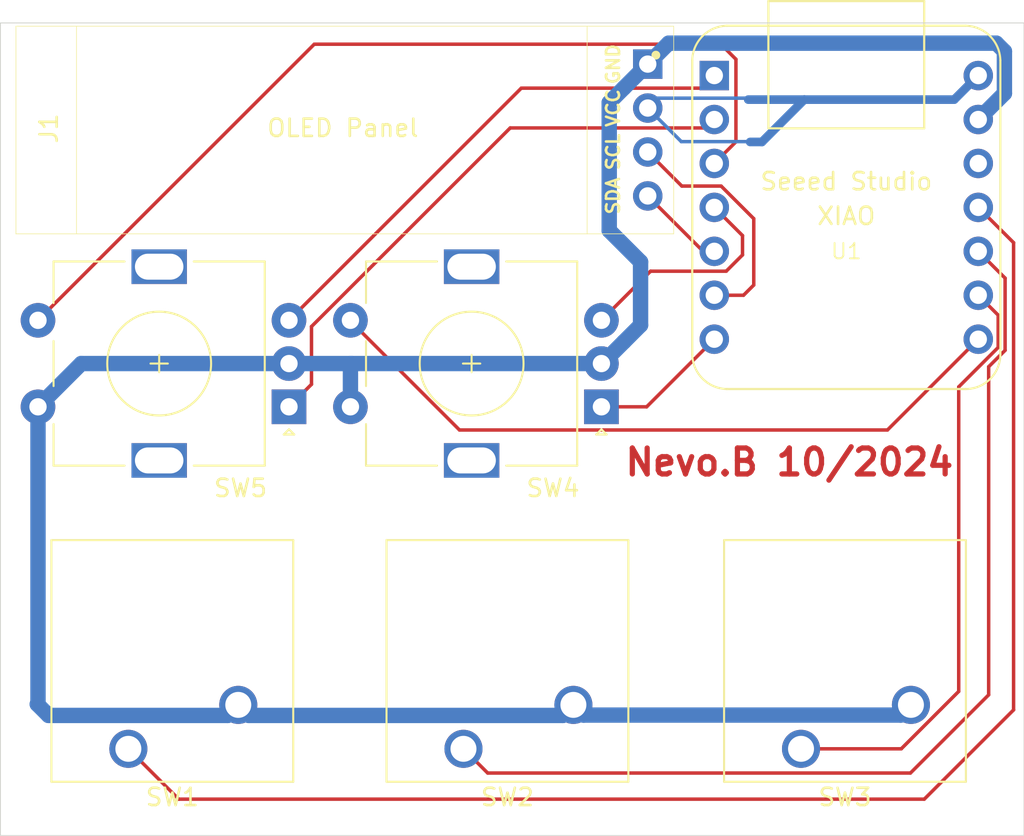
<source format=kicad_pcb>
(kicad_pcb (version 20240108) (generator "pcbnew") (generator_version "8.0")
  (layers (0 "F.Cu" signal) (31 "B.Cu" signal) (34 "B.Paste" user) (35 "F.Paste" user) (36 "B.SilkS" user "B.Silkscreen") (37 "F.SilkS" user "F.Silkscreen") (38 "B.Mask" user) (39 "F.Mask" user) (44 "Edge.Cuts" user))
  (net 0 "")
  (net 1 "GND")
  (net 2 "Net-(U1-PA6_A10_D10_MOSI)")
  (net 3 "Net-(U1-PA5_A9_D9_MISO)")
  (net 4 "Net-(U1-PA7_A8_D8_SCK)")
  (net 5 "Net-(U1-PB09_A7_D7_RX)")
  (net 6 "Net-(U1-PB08_A6_D6_TX)")
  (net 7 "Net-(U1-PA4_A1_D1)")
  (net 8 "Net-(U1-PA10_A2_D2)")
  (net 9 "Net-(U1-PA02_A0_D0)")
  (net 11 "+5V")
  (net 12 "SDA")
  (net 13 "SCL")
  (net 14 "Net-(U1-PA11_A3_D3)")
  (footprint "Rotary_Encoder:RotaryEncoder_Alps_EC11E-Switch_Vertical_H20mm" (layer "F.Cu") (at 146.45 44.95 180)
    (property "Reference" "SW5" (at 2.8 -4.7 360) (layer "F.SilkS"))
    (property "Value" "RotaryEncoder_Switch")
    (fp_line (start 13.6 8.4) (end 9.5 8.4) (stroke (width 0.12)) (layer "F.SilkS"))
    (fp_line (start 13.6 6) (end 13.6 8.4) (stroke (width 0.12)) (layer "F.SilkS"))
    (fp_line (start 13.6 1.2) (end 13.6 3.8) (stroke (width 0.12)) (layer "F.SilkS"))
    (fp_line (start 13.6 -3.4) (end 13.6 -1) (stroke (width 0.12)) (layer "F.SilkS"))
    (fp_line (start 9.5 -3.4) (end 13.6 -3.4) (stroke (width 0.12)) (layer "F.SilkS"))
    (fp_line (start 7.5 2) (end 7.5 3) (stroke (width 0.12)) (layer "F.SilkS"))
    (fp_line (start 7 2.5) (end 8 2.5) (stroke (width 0.12)) (layer "F.SilkS"))
    (fp_line (start 5.5 8.4) (end 1.4 8.4) (stroke (width 0.12)) (layer "F.SilkS"))
    (fp_line (start 5.5 -3.4) (end 1.4 -3.4) (stroke (width 0.12)) (layer "F.SilkS"))
    (fp_line (start 1.4 -3.4) (end 1.4 8.4) (stroke (width 0.12)) (layer "F.SilkS"))
    (fp_line (start 0.3 -1.6) (end 0 -1.3) (stroke (width 0.12)) (layer "F.SilkS"))
    (fp_line (start 0 -1.3) (end -0.3 -1.6) (stroke (width 0.12)) (layer "F.SilkS"))
    (fp_line (start -0.3 -1.6) (end 0.3 -1.6) (stroke (width 0.12)) (layer "F.SilkS"))
    (fp_circle (center 7.5 2.5) (end 10.5 2.5) (stroke (width 0.12)) (fill none) (layer "F.SilkS"))
    (pad "A" thru_hole rect (at 0 0 180) (size 2 2) (drill 1) (layers "*.Cu" "*.Mask") (net 7 "Net-(U1-PA4_A1_D1)"))
    (pad "B" thru_hole circle (at 0 5 180) (size 2 2) (drill 1) (layers "*.Cu" "*.Mask") (net 9 "Net-(U1-PA02_A0_D0)"))
    (pad "C" thru_hole circle (at 0 2.5 180) (size 2 2) (drill 1) (layers "*.Cu" "*.Mask") (net 1 "GND"))
    (pad "MP" thru_hole rect (at 7.5 -3.1 180) (size 3.2 2) (drill oval 2.8 1.5) (layers "*.Cu" "*.Mask"))
    (pad "MP" thru_hole rect (at 7.5 8.1 180) (size 3.2 2) (drill oval 2.8 1.5) (layers "*.Cu" "*.Mask"))
    (pad "S1" thru_hole circle (at 14.5 5 180) (size 2 2) (drill 1) (layers "*.Cu" "*.Mask") (net 8 "Net-(U1-PA10_A2_D2)"))
    (pad "S2" thru_hole circle (at 14.5 0 180) (size 2 2) (drill 1) (layers "*.Cu" "*.Mask") (net 1 "GND"))
  )
  (footprint "Seeed Studio XIAO Series Library:XIAO-Generic-Thruhole-14P-2.54-21X17.8MM" (layer "F.Cu") (at 178.64525 33.422015)
    (property "Reference" "U1" (at 0 2.54 360) (layer "F.SilkS") (effects (font (size 0.889 0.889) (thickness 0.1016))))
    (property "Value" "Seeed Studio XIAO SAMD21" (hide yes))
    (fp_line (start -8.9 -8.5) (end -8.9 8.5) (stroke (width 0.127)) (layer "F.SilkS"))
    (fp_line (start -6.9 10.5) (end 6.9 10.5) (stroke (width 0.127)) (layer "F.SilkS"))
    (fp_line (start -4.5 -11.92403) (end 4.5 -11.92403) (stroke (width 0.127)) (layer "F.SilkS"))
    (fp_line (start -4.5 -4.57073) (end -4.5 -11.92403) (stroke (width 0.127)) (layer "F.SilkS"))
    (fp_line (start 4.5 -11.92403) (end 4.5 -4.57073) (stroke (width 0.127)) (layer "F.SilkS"))
    (fp_line (start 4.5 -4.57073) (end -4.5 -4.57073) (stroke (width 0.127)) (layer "F.SilkS"))
    (fp_line (start 6.9 -10.49909) (end -6.9 -10.49909) (stroke (width 0.127)) (layer "F.SilkS"))
    (fp_line (start 8.9 8.5) (end 8.9 -8.5) (stroke (width 0.127)) (layer "F.SilkS"))
    (fp_arc (start -8.9 -8.5) (mid -8.301491 -9.901491) (end -6.9 -10.5) (stroke (width 0.12)) (layer "F.SilkS"))
    (fp_arc (start -6.9 10.5) (mid -8.301423 9.901423) (end -8.9 8.5) (stroke (width 0.12)) (layer "F.SilkS"))
    (fp_arc (start 6.9 -10.5) (mid 8.301492 -9.901492) (end 8.9 -8.5) (stroke (width 0.12)) (layer "F.SilkS"))
    (fp_arc (start 8.9 8.5) (mid 8.314214 9.914214) (end 6.9 10.5) (stroke (width 0.12)) (layer "F.SilkS"))
    (fp_circle (center -11 -8.8) (end -11 -9.054) (fill solid) (layer "F.SilkS"))
    (fp_poly (pts (xy -8.887715 -8.561705) (xy -8.884667 -8.610473) (xy -8.880603 -8.659494)) (stroke (width 0.0254)) (fill none) (layer "F.SilkS"))
    (fp_poly (pts (xy 8.889492 8.521574) (xy 8.887713 8.57085) (xy 8.884665 8.619618) (xy 8.880601 8.668639) (xy 8.875268 8.717407) (xy 8.868664 8.766175) (xy 8.861044 8.81469) (xy 8.852153 8.86295) (xy 8.842248 8.910955)) (stroke (width 0.0254)) (fill none) (layer "F.SilkS"))
    (fp_text user "Seeed Studio" (at 0 -1.5 0) (layer "F.SilkS"))
    (fp_text user "XIAO" (at 0 0.5 0) (layer "F.SilkS"))
    (pad "1" thru_hole rect (at -7.625 -7.62) (size 1.7 1.7) (drill 1) (layers "*.Cu" "*.Mask") (net 9 "Net-(U1-PA02_A0_D0)"))
    (pad "2" thru_hole circle (at -7.625 -5.08) (size 1.7 1.7) (drill 1) (layers "*.Cu" "*.Mask") (net 7 "Net-(U1-PA4_A1_D1)"))
    (pad "3" thru_hole circle (at -7.625 -2.54) (size 1.7 1.7) (drill 1) (layers "*.Cu" "*.Mask") (net 8 "Net-(U1-PA10_A2_D2)"))
    (pad "4" thru_hole circle (at -7.625 0) (size 1.7 1.7) (drill 1) (layers "*.Cu" "*.Mask") (net 14 "Net-(U1-PA11_A3_D3)"))
    (pad "5" thru_hole circle (at -7.625 2.54) (size 1.7 1.7) (drill 1) (layers "*.Cu" "*.Mask") (net 12 "SDA"))
    (pad "6" thru_hole circle (at -7.625 5.08 180) (size 1.7 1.7) (drill 1) (layers "*.Cu" "*.Mask") (net 13 "SCL"))
    (pad "7" thru_hole circle (at -7.625 7.62) (size 1.7 1.7) (drill 1) (layers "*.Cu" "*.Mask") (net 6 "Net-(U1-PB08_A6_D6_TX)"))
    (pad "8" thru_hole circle (at 7.625 7.62) (size 1.7 1.7) (drill 1) (layers "*.Cu" "*.Mask") (net 5 "Net-(U1-PB09_A7_D7_RX)"))
    (pad "9" thru_hole circle (at 7.625 5.08) (size 1.7 1.7) (drill 1) (layers "*.Cu" "*.Mask") (net 4 "Net-(U1-PA7_A8_D8_SCK)"))
    (pad "10" thru_hole circle (at 7.625 2.54) (size 1.7 1.7) (drill 1) (layers "*.Cu" "*.Mask") (net 3 "Net-(U1-PA5_A9_D9_MISO)"))
    (pad "11" thru_hole circle (at 7.625 0) (size 1.7 1.7) (drill 1) (layers "*.Cu" "*.Mask") (net 2 "Net-(U1-PA6_A10_D10_MOSI)"))
    (pad "12" thru_hole circle (at 7.625 -2.54) (size 1.7 1.7) (drill 1) (layers "*.Cu" "*.Mask"))
    (pad "13" thru_hole circle (at 7.625 -5.08) (size 1.7 1.7) (drill 1) (layers "*.Cu" "*.Mask") (net 1 "GND"))
    (pad "14" thru_hole circle (at 7.625 -7.62) (size 1.7 1.7) (drill 1) (layers "*.Cu" "*.Mask") (net 11 "+5V"))
  )
  (footprint "Button_Switch_Keyboard:SW_Cherry_MX_1.00u_PCB" (layer "F.Cu") (at 137.17 64.72 180)
    (property "Reference" "SW1" (at -2.54 -2.794 360) (layer "F.SilkS"))
    (property "Value" "SW_Push")
    (fp_line (start 4.445 12.065) (end -9.525 12.065) (stroke (width 0.12)) (layer "F.SilkS"))
    (fp_line (start 4.445 -1.905) (end 4.445 12.065) (stroke (width 0.12)) (layer "F.SilkS"))
    (fp_line (start -9.525 12.065) (end -9.525 -1.905) (stroke (width 0.12)) (layer "F.SilkS"))
    (fp_line (start -9.525 -1.905) (end 4.445 -1.905) (stroke (width 0.12)) (layer "F.SilkS"))
    (pad "" np_thru_hole circle (at -7.62 5.08 180) (size 1.7 1.7) (drill 1.7) (layers "*.Cu" "*.Mask"))
    (pad "" np_thru_hole circle (at -2.54 5.08 180) (size 4 4) (drill 4) (layers "*.Cu" "*.Mask"))
    (pad "" np_thru_hole circle (at 2.54 5.08 180) (size 1.7 1.7) (drill 1.7) (layers "*.Cu" "*.Mask"))
    (pad "1" thru_hole circle (at 0 0 180) (size 2.2 2.2) (drill 1.5) (layers "*.Cu" "*.Mask") (net 2 "Net-(U1-PA6_A10_D10_MOSI)"))
    (pad "2" thru_hole circle (at -6.35 2.54 180) (size 2.2 2.2) (drill 1.5) (layers "*.Cu" "*.Mask") (net 1 "GND"))
  )
  (footprint "Rotary_Encoder:RotaryEncoder_Alps_EC11E-Switch_Vertical_H20mm" (layer "F.Cu") (at 164.5 44.95 180)
    (property "Reference" "SW4" (at 2.8 -4.7 360) (layer "F.SilkS"))
    (property "Value" "RotaryEncoder_Switch")
    (fp_line (start 13.6 8.4) (end 9.5 8.4) (stroke (width 0.12)) (layer "F.SilkS"))
    (fp_line (start 13.6 6) (end 13.6 8.4) (stroke (width 0.12)) (layer "F.SilkS"))
    (fp_line (start 13.6 1.2) (end 13.6 3.8) (stroke (width 0.12)) (layer "F.SilkS"))
    (fp_line (start 13.6 -3.4) (end 13.6 -1) (stroke (width 0.12)) (layer "F.SilkS"))
    (fp_line (start 9.5 -3.4) (end 13.6 -3.4) (stroke (width 0.12)) (layer "F.SilkS"))
    (fp_line (start 7.5 2) (end 7.5 3) (stroke (width 0.12)) (layer "F.SilkS"))
    (fp_line (start 7 2.5) (end 8 2.5) (stroke (width 0.12)) (layer "F.SilkS"))
    (fp_line (start 5.5 8.4) (end 1.4 8.4) (stroke (width 0.12)) (layer "F.SilkS"))
    (fp_line (start 5.5 -3.4) (end 1.4 -3.4) (stroke (width 0.12)) (layer "F.SilkS"))
    (fp_line (start 1.4 -3.4) (end 1.4 8.4) (stroke (width 0.12)) (layer "F.SilkS"))
    (fp_line (start 0.3 -1.6) (end 0 -1.3) (stroke (width 0.12)) (layer "F.SilkS"))
    (fp_line (start 0 -1.3) (end -0.3 -1.6) (stroke (width 0.12)) (layer "F.SilkS"))
    (fp_line (start -0.3 -1.6) (end 0.3 -1.6) (stroke (width 0.12)) (layer "F.SilkS"))
    (fp_circle (center 7.5 2.5) (end 10.5 2.5) (stroke (width 0.12)) (fill none) (layer "F.SilkS"))
    (pad "A" thru_hole rect (at 0 0 180) (size 2 2) (drill 1) (layers "*.Cu" "*.Mask") (net 6 "Net-(U1-PB08_A6_D6_TX)"))
    (pad "B" thru_hole circle (at 0 5 180) (size 2 2) (drill 1) (layers "*.Cu" "*.Mask") (net 14 "Net-(U1-PA11_A3_D3)"))
    (pad "C" thru_hole circle (at 0 2.5 180) (size 2 2) (drill 1) (layers "*.Cu" "*.Mask") (net 1 "GND"))
    (pad "MP" thru_hole rect (at 7.5 -3.1 180) (size 3.2 2) (drill oval 2.8 1.5) (layers "*.Cu" "*.Mask"))
    (pad "MP" thru_hole rect (at 7.5 8.1 180) (size 3.2 2) (drill oval 2.8 1.5) (layers "*.Cu" "*.Mask"))
    (pad "S1" thru_hole circle (at 14.5 5 180) (size 2 2) (drill 1) (layers "*.Cu" "*.Mask") (net 5 "Net-(U1-PB09_A7_D7_RX)"))
    (pad "S2" thru_hole circle (at 14.5 0 180) (size 2 2) (drill 1) (layers "*.Cu" "*.Mask") (net 1 "GND"))
  )
  (footprint "Button_Switch_Keyboard:SW_Cherry_MX_1.00u_PCB" (layer "F.Cu") (at 176.03 64.72 180)
    (property "Reference" "SW3" (at -2.54 -2.794 360) (layer "F.SilkS"))
    (property "Value" "SW_Push")
    (fp_line (start 4.445 12.065) (end -9.525 12.065) (stroke (width 0.12)) (layer "F.SilkS"))
    (fp_line (start 4.445 -1.905) (end 4.445 12.065) (stroke (width 0.12)) (layer "F.SilkS"))
    (fp_line (start -9.525 12.065) (end -9.525 -1.905) (stroke (width 0.12)) (layer "F.SilkS"))
    (fp_line (start -9.525 -1.905) (end 4.445 -1.905) (stroke (width 0.12)) (layer "F.SilkS"))
    (pad "" np_thru_hole circle (at -7.62 5.08 180) (size 1.7 1.7) (drill 1.7) (layers "*.Cu" "*.Mask"))
    (pad "" np_thru_hole circle (at -2.54 5.08 180) (size 4 4) (drill 4) (layers "*.Cu" "*.Mask"))
    (pad "" np_thru_hole circle (at 2.54 5.08 180) (size 1.7 1.7) (drill 1.7) (layers "*.Cu" "*.Mask"))
    (pad "1" thru_hole circle (at 0 0 180) (size 2.2 2.2) (drill 1.5) (layers "*.Cu" "*.Mask") (net 4 "Net-(U1-PA7_A8_D8_SCK)"))
    (pad "2" thru_hole circle (at -6.35 2.54 180) (size 2.2 2.2) (drill 1.5) (layers "*.Cu" "*.Mask") (net 1 "GND"))
  )
  (footprint "test:SSD1306-0.91-OLED-4pin-128x32" (layer "F.Cu") (at 130.675 22.95)
    (property "Reference" "J1" (at 1.9 5.91 90) (layer "F.SilkS"))
    (property "Value" "Conn_01x04")
    (fp_line (start 0 0) (end 0 12) (stroke (width 0.04)) (layer "F.SilkS"))
    (fp_line (start 0 12) (end 38 12) (stroke (width 0.04)) (layer "F.SilkS"))
    (fp_line (start 3.5 0) (end 3.5 12) (stroke (width 0.04)) (layer "F.SilkS"))
    (fp_line (start 33 0) (end 33 12) (stroke (width 0.04)) (layer "F.SilkS"))
    (fp_line (start 38 0) (end 0 0) (stroke (width 0.04)) (layer "F.SilkS"))
    (fp_line (start 38 12) (end 38 0) (stroke (width 0.04)) (layer "F.SilkS"))
    (fp_text user "GND" (at 34.5 2.19 -90) (layer "F.SilkS") (effects (font (size 0.75 0.75))))
    (fp_text user "OLED Panel" (at 18.885 5.885 0) (layer "F.SilkS"))
    (fp_text user "VCC" (at 34.5 4.73 -90) (layer "F.SilkS") (effects (font (size 0.75 0.75))))
    (fp_text user "SDA" (at 34.5 9.81 -90) (layer "F.SilkS") (effects (font (size 0.75 0.75))))
    (fp_text user "SCL" (at 34.5 7.27 -90) (layer "F.SilkS") (effects (font (size 0.75 0.75))))
    (pad "1" thru_hole rect (at 36.5 2.19) (size 1.7 1.7) (drill 1) (layers "*.Cu" "*.Mask") (net 1 "GND"))
    (pad "2" thru_hole oval (at 36.5 4.73) (size 1.7 1.7) (drill 1) (layers "*.Cu" "*.Mask") (net 11 "+5V"))
    (pad "3" thru_hole oval (at 36.5 7.27) (size 1.7 1.7) (drill 1) (layers "*.Cu" "*.Mask") (net 13 "SCL"))
    (pad "4" thru_hole oval (at 36.5 9.81) (size 1.7 1.7) (drill 1) (layers "*.Cu" "*.Mask") (net 12 "SDA"))
  )
  (footprint "Button_Switch_Keyboard:SW_Cherry_MX_1.00u_PCB" (layer "F.Cu") (at 156.53 64.72 180)
    (property "Reference" "SW2" (at -2.54 -2.794 360) (layer "F.SilkS"))
    (property "Value" "SW_Push")
    (fp_line (start 4.445 12.065) (end -9.525 12.065) (stroke (width 0.12)) (layer "F.SilkS"))
    (fp_line (start 4.445 -1.905) (end 4.445 12.065) (stroke (width 0.12)) (layer "F.SilkS"))
    (fp_line (start -9.525 12.065) (end -9.525 -1.905) (stroke (width 0.12)) (layer "F.SilkS"))
    (fp_line (start -9.525 -1.905) (end 4.445 -1.905) (stroke (width 0.12)) (layer "F.SilkS"))
    (pad "" np_thru_hole circle (at -7.62 5.08 180) (size 1.7 1.7) (drill 1.7) (layers "*.Cu" "*.Mask"))
    (pad "" np_thru_hole circle (at -2.54 5.08 180) (size 4 4) (drill 4) (layers "*.Cu" "*.Mask"))
    (pad "" np_thru_hole circle (at 2.54 5.08 180) (size 1.7 1.7) (drill 1.7) (layers "*.Cu" "*.Mask"))
    (pad "1" thru_hole circle (at 0 0 180) (size 2.2 2.2) (drill 1.5) (layers "*.Cu" "*.Mask") (net 3 "Net-(U1-PA5_A9_D9_MISO)"))
    (pad "2" thru_hole circle (at -6.35 2.54 180) (size 2.2 2.2) (drill 1.5) (layers "*.Cu" "*.Mask") (net 1 "GND"))
  )
  (gr_rect (start 129.78 22.76) (end 188.91 69.73) (stroke (width 0.05)) (fill none) (layer "Edge.Cuts"))
  (gr_text "Nevo.B 10/2024" (at 165.73 49.03 0) (layer "F.Cu") (effects (font (size 1.5 1.5) (thickness 0.3) (bold yes)) (justify left bottom)))
  (segment (start 150.03 42.45) (end 164.46 42.45) (width 0.889) (layer "B.Cu") (net 1))
  (segment (start 142.91 62.79) (end 132.56 62.79) (width 0.889) (layer "B.Cu") (net 1))
  (segment (start 186.377985 28.342015) (end 186.41 28.31) (width 0.889) (layer "B.Cu") (net 1))
  (segment (start 164.46 42.45) (end 164.5 42.49) (width 0.889) (layer "B.Cu") (net 1))
  (segment (start 166.76 36.57) (end 166.76 40.23) (width 0.889) (layer "B.Cu") (net 1))
  (segment (start 132.56 62.79) (end 131.91 62.14) (width 0.889) (layer "B.Cu") (net 1))
  (segment (start 150 44.95) (end 150 42.48) (width 0.889) (layer "B.Cu") (net 1))
  (segment (start 166.76 40.23) (end 165.8 41.19) (width 0.889) (layer "B.Cu") (net 1))
  (segment (start 131.91 62.14) (end 131.95 62.1) (width 0.889) (layer "B.Cu") (net 1))
  (segment (start 150 42.48) (end 150.03 42.45) (width 0.889) (layer "B.Cu") (net 1))
  (segment (start 162.27 62.79) (end 144.13 62.79) (width 0.889) (layer "B.Cu") (net 1))
  (segment (start 187.78 24.4) (end 187.31 23.93) (width 0.889) (layer "B.Cu") (net 1))
  (segment (start 165.8 41.19) (end 164.5 42.49) (width 0.889) (layer "B.Cu") (net 1))
  (segment (start 164.95 34.76) (end 166.76 36.57) (width 0.889) (layer "B.Cu") (net 1))
  (segment (start 163.47 62.77) (end 162.88 62.18) (width 0.889) (layer "B.Cu") (net 1))
  (segment (start 131.95 62.1) (end 131.95 44.95) (width 0.889) (layer "B.Cu") (net 1))
  (segment (start 182.38 62.18) (end 181.79 62.77) (width 0.889) (layer "B.Cu") (net 1))
  (segment (start 187.78 26.832265) (end 187.78 24.4) (width 0.889) (layer "B.Cu") (net 1))
  (segment (start 146.45 42.45) (end 134.45 42.45) (width 0.889) (layer "B.Cu") (net 1))
  (segment (start 134.45 42.45) (end 131.95 44.95) (width 0.889) (layer "B.Cu") (net 1))
  (segment (start 162.88 62.18) (end 162.27 62.79) (width 0.889) (layer "B.Cu") (net 1))
  (segment (start 165.8 26.515) (end 164.95 27.365) (width 0.889) (layer "B.Cu") (net 1))
  (segment (start 144.13 62.79) (end 143.52 62.18) (width 0.889) (layer "B.Cu") (net 1))
  (segment (start 164.95 27.365) (end 164.95 34.76) (width 0.889) (layer "B.Cu") (net 1))
  (segment (start 186.27025 28.342015) (end 186.377985 28.342015) (width 0.889) (layer "B.Cu") (net 1))
  (segment (start 168.385 23.93) (end 167.175 25.14) (width 0.889) (layer "B.Cu") (net 1))
  (segment (start 187.31 23.93) (end 168.385 23.93) (width 0.889) (layer "B.Cu") (net 1))
  (segment (start 186.27025 28.342015) (end 187.78 26.832265) (width 0.889) (layer "B.Cu") (net 1))
  (segment (start 146.45 42.45) (end 150.03 42.45) (width 0.889) (layer "B.Cu") (net 1))
  (segment (start 181.79 62.77) (end 163.47 62.77) (width 0.889) (layer "B.Cu") (net 1))
  (segment (start 143.52 62.18) (end 142.91 62.79) (width 0.889) (layer "B.Cu") (net 1))
  (segment (start 167.175 25.14) (end 165.8 26.515) (width 0.889) (layer "B.Cu") (net 1))
  (segment (start 188.31 62.47) (end 188.31 35.461765) (width 0.2) (layer "F.Cu") (net 2))
  (segment (start 188.31 35.461765) (end 186.27025 33.422015) (width 0.2) (layer "F.Cu") (net 2))
  (segment (start 140.08 67.63) (end 183.15 67.63) (width 0.2) (layer "F.Cu") (net 2))
  (segment (start 137.17 64.72) (end 140.08 67.63) (width 0.2) (layer "F.Cu") (net 2))
  (segment (start 183.15 67.63) (end 188.31 62.47) (width 0.2) (layer "F.Cu") (net 2))
  (segment (start 182.35 66.12) (end 186.87 61.6) (width 0.2) (layer "F.Cu") (net 3))
  (segment (start 157.93 66.12) (end 182.35 66.12) (width 0.2) (layer "F.Cu") (net 3))
  (segment (start 186.87 61.6) (end 186.87 42.634297) (width 0.2) (layer "F.Cu") (net 3))
  (segment (start 186.87 42.634297) (end 187.82 41.684297) (width 0.2) (layer "F.Cu") (net 3))
  (segment (start 187.82 37.511765) (end 186.27025 35.962015) (width 0.2) (layer "F.Cu") (net 3))
  (segment (start 156.53 64.72) (end 157.93 66.12) (width 0.2) (layer "F.Cu") (net 3))
  (segment (start 187.82 41.684297) (end 187.82 37.511765) (width 0.2) (layer "F.Cu") (net 3))
  (segment (start 181.819899 64.72) (end 185.14 61.399899) (width 0.2) (layer "F.Cu") (net 4))
  (segment (start 187.42025 41.518361) (end 187.42025 39.652015) (width 0.2) (layer "F.Cu") (net 4))
  (segment (start 185.14 61.399899) (end 185.14 43.798611) (width 0.2) (layer "F.Cu") (net 4))
  (segment (start 185.14 43.798611) (end 187.42025 41.518361) (width 0.2) (layer "F.Cu") (net 4))
  (segment (start 176.03 64.72) (end 181.819899 64.72) (width 0.2) (layer "F.Cu") (net 4))
  (segment (start 187.42025 39.652015) (end 186.27025 38.502015) (width 0.2) (layer "F.Cu") (net 4))
  (segment (start 181.022265 46.29) (end 186.27025 41.042015) (width 0.2) (layer "F.Cu") (net 5))
  (segment (start 156.3 46.29) (end 181.022265 46.29) (width 0.2) (layer "F.Cu") (net 5))
  (segment (start 150 39.99) (end 156.3 46.29) (width 0.2) (layer "F.Cu") (net 5))
  (segment (start 171.02025 41.042015) (end 167.112265 44.95) (width 0.2) (layer "F.Cu") (net 6))
  (segment (start 167.112265 44.95) (end 164.5 44.95) (width 0.2) (layer "F.Cu") (net 6))
  (segment (start 147.75 43.65) (end 147.75 40.31) (width 0.2) (layer "F.Cu") (net 7))
  (segment (start 170.532265 28.83) (end 171.02025 28.342015) (width 0.2) (layer "F.Cu") (net 7))
  (segment (start 159.23 28.83) (end 170.532265 28.83) (width 0.2) (layer "F.Cu") (net 7))
  (segment (start 146.45 44.95) (end 147.75 43.65) (width 0.2) (layer "F.Cu") (net 7))
  (segment (start 147.75 40.31) (end 159.23 28.83) (width 0.2) (layer "F.Cu") (net 7))
  (segment (start 171.4 23.99) (end 172.27 24.86) (width 0.2) (layer "F.Cu") (net 8))
  (segment (start 147.91 23.99) (end 171.4 23.99) (width 0.2) (layer "F.Cu") (net 8))
  (segment (start 131.95 39.95) (end 147.91 23.99) (width 0.2) (layer "F.Cu") (net 8))
  (segment (start 172.27 24.86) (end 172.27 29.632265) (width 0.2) (layer "F.Cu") (net 8))
  (segment (start 172.27 29.632265) (end 171.02025 30.882015) (width 0.2) (layer "F.Cu") (net 8))
  (segment (start 146.45 39.95) (end 159.87 26.53) (width 0.2) (layer "F.Cu") (net 9))
  (segment (start 170.292265 26.53) (end 171.02025 25.802015) (width 0.2) (layer "F.Cu") (net 9))
  (segment (start 159.87 26.53) (end 170.292265 26.53) (width 0.2) (layer "F.Cu") (net 9))
  (segment (start 184.88025 27.192015) (end 176.22 27.192015) (width 0.5) (layer "B.Cu") (net 11))
  (segment (start 173.772015 29.64) (end 173.09 29.64) (width 0.5) (layer "B.Cu") (net 11))
  (segment (start 172.897985 27.11) (end 167.745 27.11) (width 0.2) (layer "B.Cu") (net 11))
  (segment (start 184.88025 27.192015) (end 186.27025 25.802015) (width 0.5) (layer "B.Cu") (net 11))
  (segment (start 169.115 29.62) (end 167.175 27.68) (width 0.2) (layer "B.Cu") (net 11))
  (segment (start 167.745 27.11) (end 167.175 27.68) (width 0.2) (layer "B.Cu") (net 11))
  (segment (start 172.98 27.192015) (end 172.897985 27.11) (width 0.2) (layer "B.Cu") (net 11))
  (segment (start 176.22 27.192015) (end 173.772015 29.64) (width 0.5) (layer "B.Cu") (net 11))
  (segment (start 176.22 27.192015) (end 172.98 27.192015) (width 0.5) (layer "B.Cu") (net 11))
  (segment (start 173.07 29.62) (end 173.09 29.64) (width 0.2) (layer "B.Cu") (net 11))
  (segment (start 169.115 29.62) (end 173.07 29.62) (width 0.2) (layer "B.Cu") (net 11))
  (segment (start 167.175 32.76) (end 170.377015 35.962015) (width 0.2) (layer "F.Cu") (net 12))
  (segment (start 170.377015 35.962015) (end 171.02025 35.962015) (width 0.2) (layer "F.Cu") (net 12))
  (segment (start 167.175 30.22) (end 169.145 32.19) (width 0.2) (layer "F.Cu") (net 13))
  (segment (start 172.707985 38.502015) (end 171.02025 38.502015) (width 0.2) (layer "F.Cu") (net 13))
  (segment (start 169.145 32.19) (end 171.414581 32.19) (width 0.2) (layer "F.Cu") (net 13))
  (segment (start 173.3 34.075419) (end 173.3 37.91) (width 0.2) (layer "F.Cu") (net 13))
  (segment (start 173.3 37.91) (end 172.707985 38.502015) (width 0.2) (layer "F.Cu") (net 13))
  (segment (start 171.414581 32.19) (end 173.3 34.075419) (width 0.2) (layer "F.Cu") (net 13))
  (segment (start 171.02025 33.422015) (end 172.65 35.051765) (width 0.2) (layer "F.Cu") (net 14))
  (segment (start 172.65 35.051765) (end 172.65 36.17) (width 0.2) (layer "F.Cu") (net 14))
  (segment (start 167.337985 37.112015) (end 164.5 39.95) (width 0.2) (layer "F.Cu") (net 14))
  (segment (start 171.707985 37.112015) (end 167.337985 37.112015) (width 0.2) (layer "F.Cu") (net 14))
  (segment (start 172.65 36.17) (end 171.707985 37.112015) (width 0.2) (layer "F.Cu") (net 14))
)
</source>
